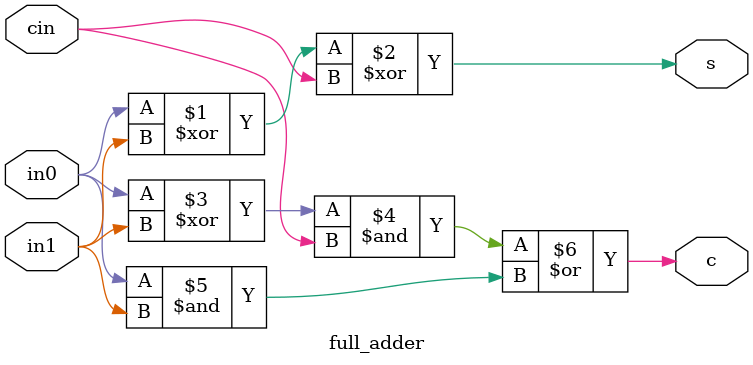
<source format=v>
module full_adder #() (
    input in0, in1, cin,
    output s, c
    );

    assign s = in0 ^ in1 ^ cin;
    assign c = ((in0 ^ in1) & cin) | (in0 & in1);

endmodule

</source>
